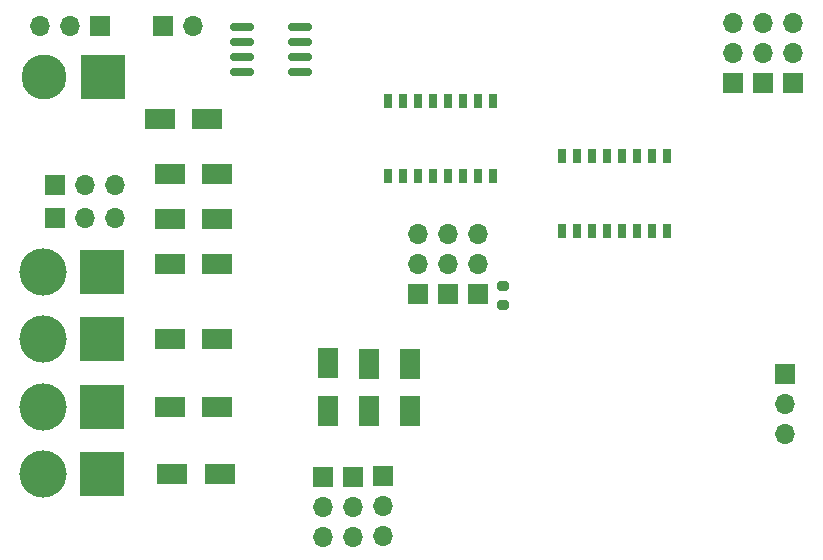
<source format=gbr>
%TF.GenerationSoftware,KiCad,Pcbnew,(6.0.9)*%
%TF.CreationDate,2023-01-31T13:38:18+01:00*%
%TF.ProjectId,jf-ecu32,6a662d65-6375-4333-922e-6b696361645f,rev?*%
%TF.SameCoordinates,Original*%
%TF.FileFunction,Soldermask,Bot*%
%TF.FilePolarity,Negative*%
%FSLAX46Y46*%
G04 Gerber Fmt 4.6, Leading zero omitted, Abs format (unit mm)*
G04 Created by KiCad (PCBNEW (6.0.9)) date 2023-01-31 13:38:18*
%MOMM*%
%LPD*%
G01*
G04 APERTURE LIST*
G04 Aperture macros list*
%AMRoundRect*
0 Rectangle with rounded corners*
0 $1 Rounding radius*
0 $2 $3 $4 $5 $6 $7 $8 $9 X,Y pos of 4 corners*
0 Add a 4 corners polygon primitive as box body*
4,1,4,$2,$3,$4,$5,$6,$7,$8,$9,$2,$3,0*
0 Add four circle primitives for the rounded corners*
1,1,$1+$1,$2,$3*
1,1,$1+$1,$4,$5*
1,1,$1+$1,$6,$7*
1,1,$1+$1,$8,$9*
0 Add four rect primitives between the rounded corners*
20,1,$1+$1,$2,$3,$4,$5,0*
20,1,$1+$1,$4,$5,$6,$7,0*
20,1,$1+$1,$6,$7,$8,$9,0*
20,1,$1+$1,$8,$9,$2,$3,0*%
G04 Aperture macros list end*
%ADD10R,1.700000X1.700000*%
%ADD11O,1.700000X1.700000*%
%ADD12R,3.800000X3.800000*%
%ADD13C,4.000000*%
%ADD14C,3.800000*%
%ADD15R,1.800000X2.500000*%
%ADD16R,2.500000X1.800000*%
%ADD17RoundRect,0.150000X-0.825000X-0.150000X0.825000X-0.150000X0.825000X0.150000X-0.825000X0.150000X0*%
%ADD18RoundRect,0.200000X0.275000X-0.200000X0.275000X0.200000X-0.275000X0.200000X-0.275000X-0.200000X0*%
%ADD19R,0.800000X1.300000*%
G04 APERTURE END LIST*
D10*
%TO.C,J16*%
X54610000Y-175880000D03*
D11*
X54610000Y-173340000D03*
X54610000Y-170800000D03*
%TD*%
D10*
%TO.C,J19*%
X80568800Y-182651400D03*
D11*
X80568800Y-185191400D03*
X80568800Y-187731400D03*
%TD*%
D10*
%TO.C,J18*%
X46583600Y-191287400D03*
D11*
X46583600Y-193827400D03*
X46583600Y-196367400D03*
%TD*%
D10*
%TO.C,J7*%
X18811000Y-166624000D03*
D11*
X21351000Y-166624000D03*
X23891000Y-166624000D03*
%TD*%
D10*
%TO.C,J4*%
X41503600Y-191317400D03*
D11*
X41503600Y-193857400D03*
X41503600Y-196397400D03*
%TD*%
D10*
%TO.C,J15*%
X44043600Y-191317400D03*
D11*
X44043600Y-193857400D03*
X44043600Y-196397400D03*
%TD*%
D10*
%TO.C,J10*%
X27940000Y-153162000D03*
D11*
X30480000Y-153162000D03*
%TD*%
D12*
%TO.C,J9*%
X22780000Y-179705000D03*
D13*
X17780000Y-179705000D03*
%TD*%
D10*
%TO.C,J6*%
X18811000Y-169418000D03*
D11*
X21351000Y-169418000D03*
X23891000Y-169418000D03*
%TD*%
D10*
%TO.C,J3*%
X49530000Y-175895000D03*
D11*
X49530000Y-173355000D03*
X49530000Y-170815000D03*
%TD*%
D12*
%TO.C,J8*%
X22860000Y-157480000D03*
D14*
X17860000Y-157480000D03*
%TD*%
D10*
%TO.C,J1*%
X76200000Y-158003000D03*
D11*
X76200000Y-155463000D03*
X76200000Y-152923000D03*
%TD*%
D12*
%TO.C,J17*%
X22780000Y-191135000D03*
D13*
X17780000Y-191135000D03*
%TD*%
D12*
%TO.C,J5*%
X22780000Y-173990000D03*
D13*
X17780000Y-173990000D03*
%TD*%
D10*
%TO.C,J12*%
X81280000Y-157988000D03*
D11*
X81280000Y-155448000D03*
X81280000Y-152908000D03*
%TD*%
D10*
%TO.C,J13*%
X52070000Y-175895000D03*
D11*
X52070000Y-173355000D03*
X52070000Y-170815000D03*
%TD*%
D10*
%TO.C,J2*%
X78740000Y-158003000D03*
D11*
X78740000Y-155463000D03*
X78740000Y-152923000D03*
%TD*%
D10*
%TO.C,J11*%
X22606000Y-153162000D03*
D11*
X20066000Y-153162000D03*
X17526000Y-153162000D03*
%TD*%
D12*
%TO.C,J14*%
X22780000Y-185420000D03*
D13*
X17780000Y-185420000D03*
%TD*%
D15*
%TO.C,D14*%
X45339000Y-185750200D03*
X45339000Y-181750200D03*
%TD*%
D16*
%TO.C,D9*%
X32480000Y-169545000D03*
X28480000Y-169545000D03*
%TD*%
D15*
%TO.C,D16*%
X48793400Y-185750200D03*
X48793400Y-181750200D03*
%TD*%
D17*
%TO.C,U3*%
X34609000Y-157099000D03*
X34609000Y-155829000D03*
X34609000Y-154559000D03*
X34609000Y-153289000D03*
X39559000Y-153289000D03*
X39559000Y-154559000D03*
X39559000Y-155829000D03*
X39559000Y-157099000D03*
%TD*%
D16*
%TO.C,D10*%
X32520000Y-173355000D03*
X28520000Y-173355000D03*
%TD*%
%TO.C,D6*%
X27686000Y-161036000D03*
X31686000Y-161036000D03*
%TD*%
%TO.C,D15*%
X32705000Y-191135000D03*
X28705000Y-191135000D03*
%TD*%
%TO.C,D13*%
X32520000Y-185420000D03*
X28520000Y-185420000D03*
%TD*%
D18*
%TO.C,R14*%
X56743600Y-176808400D03*
X56743600Y-175158400D03*
%TD*%
D19*
%TO.C,U2*%
X61666200Y-164210600D03*
X62946200Y-164210600D03*
X64206200Y-164210600D03*
X65476200Y-164210600D03*
X66756200Y-164210600D03*
X68026200Y-164210600D03*
X69286200Y-164210600D03*
X70566200Y-164210600D03*
X70566200Y-170510600D03*
X69286200Y-170510600D03*
X68026200Y-170510600D03*
X66756200Y-170510600D03*
X65476200Y-170510600D03*
X64206200Y-170510600D03*
X62946200Y-170510600D03*
X61666200Y-170510600D03*
%TD*%
D16*
%TO.C,D7*%
X32480000Y-165735000D03*
X28480000Y-165735000D03*
%TD*%
D19*
%TO.C,U5*%
X46959600Y-159537000D03*
X48239600Y-159537000D03*
X49499600Y-159537000D03*
X50769600Y-159537000D03*
X52049600Y-159537000D03*
X53319600Y-159537000D03*
X54579600Y-159537000D03*
X55859600Y-159537000D03*
X55859600Y-165837000D03*
X54579600Y-165837000D03*
X53319600Y-165837000D03*
X52049600Y-165837000D03*
X50769600Y-165837000D03*
X49499600Y-165837000D03*
X48239600Y-165837000D03*
X46959600Y-165837000D03*
%TD*%
D15*
%TO.C,D4*%
X41910000Y-185740000D03*
X41910000Y-181740000D03*
%TD*%
D16*
%TO.C,D3*%
X32520000Y-179705000D03*
X28520000Y-179705000D03*
%TD*%
M02*

</source>
